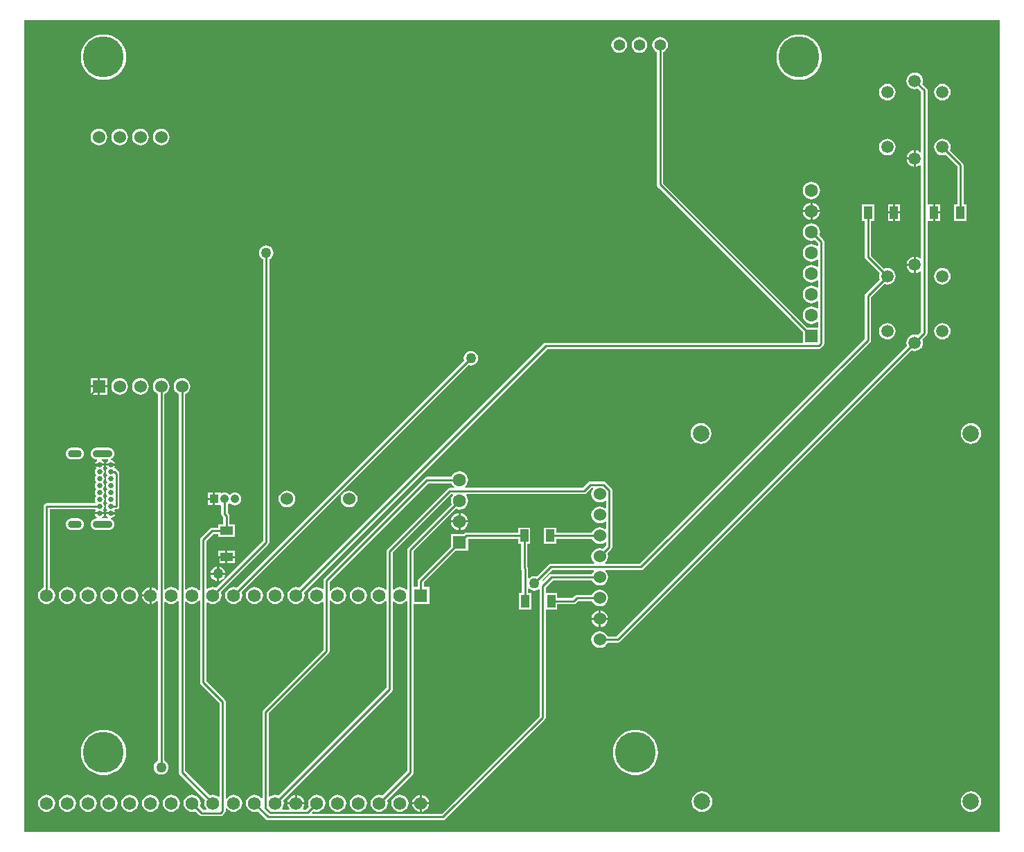
<source format=gtl>
G04*
G04 #@! TF.GenerationSoftware,Altium Limited,Altium Designer,21.1.1 (26)*
G04*
G04 Layer_Physical_Order=1*
G04 Layer_Color=255*
%FSLAX44Y44*%
%MOMM*%
G71*
G04*
G04 #@! TF.SameCoordinates,4D4020B3-F9C7-4368-8432-2603F3E21EC1*
G04*
G04*
G04 #@! TF.FilePolarity,Positive*
G04*
G01*
G75*
%ADD16C,0.2540*%
%ADD17R,1.5000X1.0000*%
%ADD18R,1.0000X1.5000*%
%ADD26C,0.6500*%
G04:AMPARAMS|DCode=27|XSize=0.9mm|YSize=2.4mm|CornerRadius=0.45mm|HoleSize=0mm|Usage=FLASHONLY|Rotation=270.000|XOffset=0mm|YOffset=0mm|HoleType=Round|Shape=RoundedRectangle|*
%AMROUNDEDRECTD27*
21,1,0.9000,1.5000,0,0,270.0*
21,1,0.0000,2.4000,0,0,270.0*
1,1,0.9000,-0.7500,0.0000*
1,1,0.9000,-0.7500,0.0000*
1,1,0.9000,0.7500,0.0000*
1,1,0.9000,0.7500,0.0000*
%
%ADD27ROUNDEDRECTD27*%
G04:AMPARAMS|DCode=28|XSize=0.9mm|YSize=1.7mm|CornerRadius=0.45mm|HoleSize=0mm|Usage=FLASHONLY|Rotation=270.000|XOffset=0mm|YOffset=0mm|HoleType=Round|Shape=RoundedRectangle|*
%AMROUNDEDRECTD28*
21,1,0.9000,0.8000,0,0,270.0*
21,1,0.0000,1.7000,0,0,270.0*
1,1,0.9000,-0.4000,0.0000*
1,1,0.9000,-0.4000,0.0000*
1,1,0.9000,0.4000,0.0000*
1,1,0.9000,0.4000,0.0000*
%
%ADD28ROUNDEDRECTD28*%
%ADD35C,1.4000*%
%ADD36C,1.0500*%
%ADD37R,1.0500X1.0500*%
%ADD38C,1.5000*%
%ADD39C,5.0000*%
%ADD40C,1.5240*%
%ADD41R,1.5240X1.5240*%
%ADD42C,2.0000*%
%ADD43R,1.5600X1.5600*%
%ADD44C,1.5600*%
%ADD45C,1.6000*%
%ADD46R,1.6000X1.6000*%
%ADD47C,1.2700*%
G36*
X1195493Y3237D02*
X3237D01*
Y995493D01*
X1195493D01*
Y3237D01*
D02*
G37*
%LPC*%
G36*
X755000Y974622D02*
X752510Y974295D01*
X750189Y973333D01*
X748196Y971804D01*
X746667Y969811D01*
X745706Y967490D01*
X745378Y965000D01*
X745706Y962510D01*
X746667Y960189D01*
X748196Y958196D01*
X750189Y956667D01*
X752510Y955706D01*
X755000Y955378D01*
X757490Y955706D01*
X759811Y956667D01*
X761804Y958196D01*
X763333Y960189D01*
X764295Y962510D01*
X764622Y965000D01*
X764295Y967490D01*
X763333Y969811D01*
X761804Y971804D01*
X759811Y973333D01*
X757490Y974295D01*
X755000Y974622D01*
D02*
G37*
G36*
X730000D02*
X727509Y974295D01*
X725189Y973333D01*
X723196Y971804D01*
X721667Y969811D01*
X720705Y967490D01*
X720378Y965000D01*
X720705Y962510D01*
X721667Y960189D01*
X723196Y958196D01*
X725189Y956667D01*
X727509Y955706D01*
X730000Y955378D01*
X732490Y955706D01*
X734811Y956667D01*
X736804Y958196D01*
X738333Y960189D01*
X739294Y962510D01*
X739622Y965000D01*
X739294Y967490D01*
X738333Y969811D01*
X736804Y971804D01*
X734811Y973333D01*
X732490Y974295D01*
X730000Y974622D01*
D02*
G37*
G36*
X950000Y977625D02*
X945678Y977285D01*
X941463Y976273D01*
X937458Y974614D01*
X933762Y972349D01*
X930466Y969534D01*
X927651Y966237D01*
X925386Y962541D01*
X923727Y958537D01*
X922715Y954321D01*
X922375Y950000D01*
X922715Y945678D01*
X923727Y941463D01*
X925386Y937458D01*
X927651Y933762D01*
X930466Y930466D01*
X933762Y927651D01*
X937458Y925386D01*
X941463Y923727D01*
X945678Y922715D01*
X950000Y922375D01*
X954321Y922715D01*
X958537Y923727D01*
X962541Y925386D01*
X966237Y927651D01*
X969534Y930466D01*
X972349Y933762D01*
X974614Y937458D01*
X976273Y941463D01*
X977285Y945678D01*
X977625Y950000D01*
X977285Y954321D01*
X976273Y958537D01*
X974614Y962541D01*
X972349Y966237D01*
X969534Y969534D01*
X966237Y972349D01*
X962541Y974614D01*
X958537Y976273D01*
X954321Y977285D01*
X950000Y977625D01*
D02*
G37*
G36*
X100000D02*
X95679Y977285D01*
X91463Y976273D01*
X87458Y974614D01*
X83762Y972349D01*
X80466Y969534D01*
X77651Y966237D01*
X75386Y962541D01*
X73727Y958537D01*
X72715Y954321D01*
X72375Y950000D01*
X72715Y945678D01*
X73727Y941463D01*
X75386Y937458D01*
X77651Y933762D01*
X80466Y930466D01*
X83762Y927651D01*
X87458Y925386D01*
X91463Y923727D01*
X95679Y922715D01*
X100000Y922375D01*
X104322Y922715D01*
X108537Y923727D01*
X112542Y925386D01*
X116238Y927651D01*
X119534Y930466D01*
X122349Y933762D01*
X124614Y937458D01*
X126273Y941463D01*
X127285Y945678D01*
X127625Y950000D01*
X127285Y954321D01*
X126273Y958537D01*
X124614Y962541D01*
X122349Y966237D01*
X119534Y969534D01*
X116238Y972349D01*
X112542Y974614D01*
X108537Y976273D01*
X104322Y977285D01*
X100000Y977625D01*
D02*
G37*
G36*
X1125000Y917307D02*
X1122379Y916962D01*
X1119937Y915950D01*
X1117839Y914341D01*
X1116230Y912243D01*
X1115218Y909801D01*
X1114873Y907180D01*
X1115218Y904559D01*
X1116230Y902117D01*
X1117839Y900019D01*
X1119937Y898410D01*
X1122379Y897399D01*
X1125000Y897053D01*
X1127621Y897399D01*
X1130063Y898410D01*
X1132160Y900019D01*
X1133770Y902117D01*
X1134781Y904559D01*
X1135126Y907180D01*
X1134781Y909801D01*
X1133770Y912243D01*
X1132160Y914341D01*
X1130063Y915950D01*
X1127621Y916962D01*
X1125000Y917307D01*
D02*
G37*
G36*
X1057820D02*
X1055199Y916962D01*
X1052757Y915950D01*
X1050659Y914341D01*
X1049050Y912243D01*
X1048038Y909801D01*
X1047693Y907180D01*
X1048038Y904559D01*
X1049050Y902117D01*
X1050659Y900019D01*
X1052757Y898410D01*
X1055199Y897399D01*
X1057820Y897053D01*
X1060441Y897399D01*
X1062883Y898410D01*
X1064980Y900019D01*
X1066590Y902117D01*
X1067601Y904559D01*
X1067946Y907180D01*
X1067601Y909801D01*
X1066590Y912243D01*
X1064980Y914341D01*
X1062883Y915950D01*
X1060441Y916962D01*
X1057820Y917307D01*
D02*
G37*
G36*
X170400Y862648D02*
X167748Y862298D01*
X165276Y861275D01*
X163154Y859646D01*
X161525Y857524D01*
X160502Y855052D01*
X160152Y852400D01*
X160502Y849748D01*
X161525Y847276D01*
X163154Y845154D01*
X165276Y843525D01*
X167748Y842501D01*
X170400Y842152D01*
X173053Y842501D01*
X175524Y843525D01*
X177646Y845154D01*
X179275Y847276D01*
X180299Y849748D01*
X180648Y852400D01*
X180299Y855052D01*
X179275Y857524D01*
X177646Y859646D01*
X175524Y861275D01*
X173053Y862298D01*
X170400Y862648D01*
D02*
G37*
G36*
X145000D02*
X142348Y862298D01*
X139876Y861275D01*
X137754Y859646D01*
X136125Y857524D01*
X135102Y855052D01*
X134753Y852400D01*
X135102Y849748D01*
X136125Y847276D01*
X137754Y845154D01*
X139876Y843525D01*
X142348Y842501D01*
X145000Y842152D01*
X147653Y842501D01*
X150124Y843525D01*
X152246Y845154D01*
X153875Y847276D01*
X154899Y849748D01*
X155248Y852400D01*
X154899Y855052D01*
X153875Y857524D01*
X152246Y859646D01*
X150124Y861275D01*
X147653Y862298D01*
X145000Y862648D01*
D02*
G37*
G36*
X119600D02*
X116948Y862298D01*
X114476Y861275D01*
X112354Y859646D01*
X110725Y857524D01*
X109702Y855052D01*
X109353Y852400D01*
X109702Y849748D01*
X110725Y847276D01*
X112354Y845154D01*
X114476Y843525D01*
X116948Y842501D01*
X119600Y842152D01*
X122253Y842501D01*
X124724Y843525D01*
X126846Y845154D01*
X128475Y847276D01*
X129499Y849748D01*
X129848Y852400D01*
X129499Y855052D01*
X128475Y857524D01*
X126846Y859646D01*
X124724Y861275D01*
X122253Y862298D01*
X119600Y862648D01*
D02*
G37*
G36*
X94200D02*
X91548Y862298D01*
X89076Y861275D01*
X86954Y859646D01*
X85325Y857524D01*
X84302Y855052D01*
X83953Y852400D01*
X84302Y849748D01*
X85325Y847276D01*
X86954Y845154D01*
X89076Y843525D01*
X91548Y842501D01*
X94200Y842152D01*
X96853Y842501D01*
X99324Y843525D01*
X101446Y845154D01*
X103075Y847276D01*
X104099Y849748D01*
X104448Y852400D01*
X104099Y855052D01*
X103075Y857524D01*
X101446Y859646D01*
X99324Y861275D01*
X96853Y862298D01*
X94200Y862648D01*
D02*
G37*
G36*
X1091410Y931217D02*
X1088789Y930872D01*
X1086347Y929860D01*
X1084249Y928251D01*
X1082640Y926153D01*
X1081628Y923711D01*
X1081283Y921090D01*
X1081628Y918469D01*
X1082640Y916027D01*
X1084249Y913930D01*
X1086347Y912320D01*
X1088789Y911309D01*
X1091410Y910964D01*
X1094031Y911309D01*
X1095209Y911797D01*
X1098999Y908007D01*
Y834522D01*
X1097729Y833896D01*
X1096473Y834860D01*
X1094031Y835872D01*
X1092680Y836049D01*
Y826090D01*
X1091410D01*
D01*
X1092680D01*
Y816131D01*
X1094031Y816309D01*
X1096473Y817320D01*
X1097729Y818284D01*
X1098999Y817658D01*
Y704522D01*
X1097729Y703896D01*
X1096473Y704860D01*
X1094031Y705871D01*
X1092680Y706049D01*
Y696090D01*
Y686130D01*
X1094031Y686308D01*
X1096473Y687320D01*
X1097729Y688284D01*
X1098999Y687657D01*
Y614174D01*
X1095209Y610384D01*
X1094031Y610872D01*
X1091410Y611217D01*
X1088789Y610872D01*
X1086347Y609860D01*
X1084249Y608251D01*
X1082640Y606154D01*
X1081628Y603711D01*
X1081283Y601090D01*
X1081628Y598469D01*
X1082116Y597291D01*
X726851Y242025D01*
X715658D01*
X715145Y243264D01*
X713516Y245386D01*
X711394Y247015D01*
X708922Y248039D01*
X706270Y248388D01*
X703618Y248039D01*
X701146Y247015D01*
X699024Y245386D01*
X697395Y243264D01*
X696372Y240792D01*
X696022Y238140D01*
X696372Y235488D01*
X697395Y233016D01*
X699024Y230894D01*
X701146Y229265D01*
X703618Y228242D01*
X706270Y227892D01*
X708922Y228242D01*
X711394Y229265D01*
X713516Y230894D01*
X715145Y233016D01*
X715658Y234255D01*
X728460D01*
X729946Y234551D01*
X731206Y235393D01*
X1087610Y591797D01*
X1088789Y591309D01*
X1091410Y590964D01*
X1094031Y591309D01*
X1096473Y592320D01*
X1098570Y593930D01*
X1100180Y596027D01*
X1101191Y598469D01*
X1101536Y601090D01*
X1101191Y603711D01*
X1100703Y604890D01*
X1105631Y609818D01*
X1106473Y611078D01*
X1106769Y612564D01*
Y748977D01*
X1107460Y749960D01*
X1108039Y749960D01*
X1113730D01*
Y760000D01*
Y770040D01*
X1108039D01*
X1107460Y770040D01*
X1106769Y771024D01*
Y909616D01*
X1106473Y911103D01*
X1105631Y912363D01*
X1100703Y917290D01*
X1101191Y918469D01*
X1101536Y921090D01*
X1101191Y923711D01*
X1100180Y926153D01*
X1098570Y928251D01*
X1096473Y929860D01*
X1094031Y930872D01*
X1091410Y931217D01*
D02*
G37*
G36*
X1057820Y850127D02*
X1055199Y849782D01*
X1052757Y848770D01*
X1050659Y847161D01*
X1049050Y845063D01*
X1048038Y842621D01*
X1047693Y840000D01*
X1048038Y837379D01*
X1049050Y834937D01*
X1050659Y832840D01*
X1052757Y831230D01*
X1055199Y830219D01*
X1057820Y829874D01*
X1060441Y830219D01*
X1062883Y831230D01*
X1064980Y832840D01*
X1066590Y834937D01*
X1067601Y837379D01*
X1067946Y840000D01*
X1067601Y842621D01*
X1066590Y845063D01*
X1064980Y847161D01*
X1062883Y848770D01*
X1060441Y849782D01*
X1057820Y850127D01*
D02*
G37*
G36*
X1090140Y836049D02*
X1088789Y835872D01*
X1086347Y834860D01*
X1084249Y833251D01*
X1082640Y831153D01*
X1081628Y828711D01*
X1081450Y827360D01*
X1090140D01*
Y836049D01*
D02*
G37*
G36*
Y824820D02*
X1081450D01*
X1081628Y823469D01*
X1082640Y821027D01*
X1084249Y818929D01*
X1086347Y817320D01*
X1088789Y816309D01*
X1090140Y816131D01*
Y824820D01*
D02*
G37*
G36*
X965000Y797631D02*
X962249Y797269D01*
X959685Y796207D01*
X957483Y794517D01*
X955793Y792315D01*
X954731Y789751D01*
X954369Y787000D01*
X954731Y784249D01*
X955793Y781684D01*
X957483Y779483D01*
X959685Y777793D01*
X962249Y776731D01*
X965000Y776369D01*
X967752Y776731D01*
X970316Y777793D01*
X972517Y779483D01*
X974207Y781684D01*
X975269Y784249D01*
X975631Y787000D01*
X975269Y789751D01*
X974207Y792315D01*
X972517Y794517D01*
X970316Y796207D01*
X967752Y797269D01*
X965000Y797631D01*
D02*
G37*
G36*
X966270Y772064D02*
Y762870D01*
X975464D01*
X975269Y764351D01*
X974207Y766915D01*
X972517Y769117D01*
X970316Y770807D01*
X967752Y771869D01*
X966270Y772064D01*
D02*
G37*
G36*
X963730D02*
X962249Y771869D01*
X959685Y770807D01*
X957483Y769117D01*
X955793Y766915D01*
X954731Y764351D01*
X954536Y762870D01*
X963730D01*
Y772064D01*
D02*
G37*
G36*
X1116270Y770040D02*
Y761270D01*
X1122540D01*
Y770040D01*
X1116270D01*
D02*
G37*
G36*
X1073540D02*
X1067270D01*
Y761270D01*
X1073540D01*
Y770040D01*
D02*
G37*
G36*
X1064730D02*
X1058460D01*
Y761270D01*
X1064730D01*
Y770040D01*
D02*
G37*
G36*
X975464Y760330D02*
X966270D01*
Y751136D01*
X967752Y751331D01*
X970316Y752393D01*
X972517Y754083D01*
X974207Y756284D01*
X975269Y758848D01*
X975464Y760330D01*
D02*
G37*
G36*
X963730D02*
X954536D01*
X954731Y758848D01*
X955793Y756284D01*
X957483Y754083D01*
X959685Y752393D01*
X962249Y751331D01*
X963730Y751136D01*
Y760330D01*
D02*
G37*
G36*
X1125000Y850127D02*
X1122379Y849782D01*
X1119937Y848770D01*
X1117839Y847161D01*
X1116230Y845063D01*
X1115218Y842621D01*
X1114873Y840000D01*
X1115218Y837379D01*
X1116230Y834937D01*
X1117839Y832840D01*
X1119937Y831230D01*
X1122379Y830219D01*
X1125000Y829874D01*
X1127621Y830219D01*
X1128799Y830707D01*
X1143116Y816391D01*
Y770040D01*
X1139460D01*
Y749960D01*
X1154540D01*
Y770040D01*
X1150885D01*
Y818000D01*
X1150589Y819486D01*
X1149747Y820747D01*
X1134293Y836200D01*
X1134781Y837379D01*
X1135126Y840000D01*
X1134781Y842621D01*
X1133770Y845063D01*
X1132160Y847161D01*
X1130063Y848770D01*
X1127621Y849782D01*
X1125000Y850127D01*
D02*
G37*
G36*
X1122540Y758730D02*
X1116270D01*
Y749960D01*
X1122540D01*
Y758730D01*
D02*
G37*
G36*
X1073540D02*
X1067270D01*
Y749960D01*
X1073540D01*
Y758730D01*
D02*
G37*
G36*
X1064730D02*
X1058460D01*
Y749960D01*
X1064730D01*
Y758730D01*
D02*
G37*
G36*
X1090140Y706049D02*
X1088789Y705871D01*
X1086347Y704860D01*
X1084249Y703250D01*
X1082640Y701153D01*
X1081628Y698711D01*
X1081450Y697360D01*
X1090140D01*
Y706049D01*
D02*
G37*
G36*
Y694820D02*
X1081450D01*
X1081628Y693469D01*
X1082640Y691027D01*
X1084249Y688929D01*
X1086347Y687320D01*
X1088789Y686308D01*
X1090140Y686130D01*
Y694820D01*
D02*
G37*
G36*
X1125000Y692307D02*
X1122379Y691962D01*
X1119937Y690950D01*
X1117839Y689341D01*
X1116230Y687244D01*
X1115218Y684801D01*
X1114873Y682180D01*
X1115218Y679559D01*
X1116230Y677117D01*
X1117839Y675020D01*
X1119937Y673410D01*
X1122379Y672399D01*
X1125000Y672054D01*
X1127621Y672399D01*
X1130063Y673410D01*
X1132160Y675020D01*
X1133770Y677117D01*
X1134781Y679559D01*
X1135126Y682180D01*
X1134781Y684801D01*
X1133770Y687244D01*
X1132160Y689341D01*
X1130063Y690950D01*
X1127621Y691962D01*
X1125000Y692307D01*
D02*
G37*
G36*
X1041540Y770040D02*
X1026460D01*
Y749960D01*
X1030116D01*
Y706000D01*
X1030411Y704513D01*
X1031253Y703253D01*
X1048527Y685980D01*
X1048038Y684801D01*
X1047693Y682180D01*
X1048038Y679559D01*
X1048527Y678381D01*
X1031253Y661107D01*
X1030411Y659847D01*
X1030116Y658361D01*
Y605841D01*
X755073Y330799D01*
X713393D01*
X712962Y332069D01*
X713516Y332494D01*
X715145Y334616D01*
X716169Y337088D01*
X716518Y339740D01*
X716169Y342392D01*
X715655Y343632D01*
X720567Y348543D01*
X721409Y349803D01*
X721705Y351290D01*
Y420640D01*
X721409Y422127D01*
X720567Y423387D01*
X713709Y430245D01*
X712449Y431087D01*
X710962Y431383D01*
X694960D01*
X693473Y431087D01*
X692213Y430245D01*
X685477Y423509D01*
X541900D01*
X541469Y424779D01*
X542517Y425583D01*
X544207Y427785D01*
X545269Y430349D01*
X545631Y433100D01*
X545269Y435852D01*
X544207Y438416D01*
X542517Y440617D01*
X540315Y442307D01*
X537751Y443369D01*
X535000Y443731D01*
X532248Y443369D01*
X529684Y442307D01*
X527483Y440617D01*
X525793Y438416D01*
X525201Y436985D01*
X495330D01*
X493844Y436689D01*
X492583Y435847D01*
X369633Y312897D01*
X368791Y311637D01*
X368495Y310150D01*
Y300576D01*
X367225Y299950D01*
X365815Y301032D01*
X363299Y302074D01*
X360600Y302429D01*
X357901Y302074D01*
X355385Y301032D01*
X353225Y299375D01*
X351568Y297215D01*
X350526Y294699D01*
X350171Y292000D01*
X350526Y289301D01*
X351568Y286786D01*
X353225Y284626D01*
X355385Y282968D01*
X357901Y281926D01*
X360600Y281571D01*
X363299Y281926D01*
X365815Y282968D01*
X367225Y284051D01*
X368495Y283424D01*
Y225653D01*
X295211Y152369D01*
X294369Y151109D01*
X294073Y149622D01*
Y44465D01*
X292803Y44034D01*
X291775Y45375D01*
X289615Y47032D01*
X287099Y48074D01*
X284400Y48429D01*
X281701Y48074D01*
X279185Y47032D01*
X277025Y45375D01*
X275368Y43215D01*
X274326Y40700D01*
X273971Y38000D01*
X274326Y35301D01*
X275368Y32786D01*
X277025Y30626D01*
X279185Y28968D01*
X281701Y27926D01*
X284400Y27571D01*
X287099Y27926D01*
X288429Y28477D01*
X298344Y18563D01*
X299604Y17721D01*
X301090Y17425D01*
X514832D01*
X516318Y17721D01*
X517579Y18563D01*
X639287Y140271D01*
X640129Y141531D01*
X640425Y143018D01*
Y274960D01*
X654540D01*
Y281115D01*
X674640D01*
X676127Y281411D01*
X677387Y282253D01*
X680189Y285055D01*
X696882D01*
X697395Y283816D01*
X699024Y281694D01*
X701146Y280065D01*
X703618Y279042D01*
X706270Y278692D01*
X708922Y279042D01*
X711394Y280065D01*
X713516Y281694D01*
X715145Y283816D01*
X716169Y286288D01*
X716518Y288940D01*
X716169Y291592D01*
X715145Y294064D01*
X713516Y296186D01*
X711394Y297815D01*
X708922Y298839D01*
X706270Y299188D01*
X703618Y298839D01*
X701146Y297815D01*
X699024Y296186D01*
X697395Y294064D01*
X696882Y292825D01*
X678580D01*
X677094Y292529D01*
X675833Y291687D01*
X673031Y288885D01*
X654540D01*
Y295040D01*
X640425D01*
Y302191D01*
X648689Y310455D01*
X696882D01*
X697395Y309216D01*
X699024Y307094D01*
X701146Y305465D01*
X703618Y304442D01*
X706270Y304092D01*
X708922Y304442D01*
X711394Y305465D01*
X713516Y307094D01*
X715145Y309216D01*
X716169Y311688D01*
X716518Y314340D01*
X716169Y316992D01*
X715145Y319464D01*
X713516Y321586D01*
X713203Y321827D01*
X713611Y323029D01*
X756682D01*
X758169Y323325D01*
X759429Y324167D01*
X1036747Y601485D01*
X1037589Y602746D01*
X1037885Y604232D01*
Y656752D01*
X1054020Y672887D01*
X1055199Y672399D01*
X1057820Y672054D01*
X1060441Y672399D01*
X1062883Y673410D01*
X1064980Y675020D01*
X1066590Y677117D01*
X1067601Y679559D01*
X1067946Y682180D01*
X1067601Y684801D01*
X1066590Y687244D01*
X1064980Y689341D01*
X1062883Y690950D01*
X1060441Y691962D01*
X1057820Y692307D01*
X1055199Y691962D01*
X1054020Y691474D01*
X1037885Y707609D01*
Y749960D01*
X1041540D01*
Y770040D01*
D02*
G37*
G36*
X1125000Y625126D02*
X1122379Y624781D01*
X1119937Y623770D01*
X1117839Y622160D01*
X1116230Y620063D01*
X1115218Y617621D01*
X1114873Y615000D01*
X1115218Y612379D01*
X1116230Y609936D01*
X1117839Y607839D01*
X1119937Y606230D01*
X1122379Y605218D01*
X1125000Y604873D01*
X1127621Y605218D01*
X1130063Y606230D01*
X1132160Y607839D01*
X1133770Y609936D01*
X1134781Y612379D01*
X1135126Y615000D01*
X1134781Y617621D01*
X1133770Y620063D01*
X1132160Y622160D01*
X1130063Y623770D01*
X1127621Y624781D01*
X1125000Y625126D01*
D02*
G37*
G36*
X1057820D02*
X1055199Y624781D01*
X1052757Y623770D01*
X1050659Y622160D01*
X1049050Y620063D01*
X1048038Y617621D01*
X1047693Y615000D01*
X1048038Y612379D01*
X1049050Y609936D01*
X1050659Y607839D01*
X1052757Y606230D01*
X1055199Y605218D01*
X1057820Y604873D01*
X1060441Y605218D01*
X1062883Y606230D01*
X1064980Y607839D01*
X1066590Y609936D01*
X1067601Y612379D01*
X1067946Y615000D01*
X1067601Y617621D01*
X1066590Y620063D01*
X1064980Y622160D01*
X1062883Y623770D01*
X1060441Y624781D01*
X1057820Y625126D01*
D02*
G37*
G36*
X548930Y590897D02*
X546609Y590591D01*
X544446Y589695D01*
X542589Y588270D01*
X541164Y586413D01*
X540269Y584251D01*
X539963Y581930D01*
X540269Y579609D01*
X540517Y579011D01*
X263029Y301523D01*
X261699Y302074D01*
X259000Y302429D01*
X256301Y302074D01*
X253785Y301032D01*
X251625Y299375D01*
X249968Y297215D01*
X248926Y294699D01*
X248571Y292000D01*
X248926Y289301D01*
X249968Y286786D01*
X251625Y284626D01*
X253785Y282968D01*
X256301Y281926D01*
X259000Y281571D01*
X261699Y281926D01*
X264215Y282968D01*
X266374Y284626D01*
X268032Y286786D01*
X269074Y289301D01*
X269429Y292000D01*
X269074Y294699D01*
X268523Y296029D01*
X546010Y573517D01*
X546609Y573269D01*
X548930Y572963D01*
X551251Y573269D01*
X553413Y574165D01*
X555270Y575590D01*
X556695Y577447D01*
X557591Y579609D01*
X557896Y581930D01*
X557591Y584251D01*
X556695Y586413D01*
X555270Y588270D01*
X553413Y589695D01*
X551251Y590591D01*
X548930Y590897D01*
D02*
G37*
G36*
X104360Y557760D02*
X95470D01*
Y548870D01*
X104360D01*
Y557760D01*
D02*
G37*
G36*
X92930D02*
X84040D01*
Y548870D01*
X92930D01*
Y557760D01*
D02*
G37*
G36*
X104360Y546330D02*
X95470D01*
Y537440D01*
X104360D01*
Y546330D01*
D02*
G37*
G36*
X92930D02*
X84040D01*
Y537440D01*
X92930D01*
Y546330D01*
D02*
G37*
G36*
X145000Y557848D02*
X142348Y557498D01*
X139876Y556475D01*
X137754Y554846D01*
X136125Y552724D01*
X135102Y550252D01*
X134753Y547600D01*
X135102Y544948D01*
X136125Y542476D01*
X137754Y540354D01*
X139876Y538725D01*
X142348Y537701D01*
X145000Y537352D01*
X147653Y537701D01*
X150124Y538725D01*
X152246Y540354D01*
X153875Y542476D01*
X154899Y544948D01*
X155248Y547600D01*
X154899Y550252D01*
X153875Y552724D01*
X152246Y554846D01*
X150124Y556475D01*
X147653Y557498D01*
X145000Y557848D01*
D02*
G37*
G36*
X119600D02*
X116948Y557498D01*
X114476Y556475D01*
X112354Y554846D01*
X110725Y552724D01*
X109702Y550252D01*
X109353Y547600D01*
X109702Y544948D01*
X110725Y542476D01*
X112354Y540354D01*
X114476Y538725D01*
X116948Y537701D01*
X119600Y537352D01*
X122253Y537701D01*
X124724Y538725D01*
X126846Y540354D01*
X128475Y542476D01*
X129499Y544948D01*
X129848Y547600D01*
X129499Y550252D01*
X128475Y552724D01*
X126846Y554846D01*
X124724Y556475D01*
X122253Y557498D01*
X119600Y557848D01*
D02*
G37*
G36*
X1160000Y502648D02*
X1156726Y502217D01*
X1153676Y500953D01*
X1151056Y498943D01*
X1149046Y496324D01*
X1147783Y493273D01*
X1147352Y490000D01*
X1147783Y486726D01*
X1149046Y483676D01*
X1151056Y481056D01*
X1153676Y479046D01*
X1156726Y477783D01*
X1160000Y477352D01*
X1163274Y477783D01*
X1166324Y479046D01*
X1168944Y481056D01*
X1170954Y483676D01*
X1172217Y486726D01*
X1172648Y490000D01*
X1172217Y493273D01*
X1170954Y496324D01*
X1168944Y498943D01*
X1166324Y500953D01*
X1163274Y502217D01*
X1160000Y502648D01*
D02*
G37*
G36*
X830000D02*
X826727Y502217D01*
X823676Y500953D01*
X821057Y498943D01*
X819046Y496324D01*
X817783Y493273D01*
X817352Y490000D01*
X817783Y486726D01*
X819046Y483676D01*
X821057Y481056D01*
X823676Y479046D01*
X826727Y477783D01*
X830000Y477352D01*
X833274Y477783D01*
X836324Y479046D01*
X838944Y481056D01*
X840954Y483676D01*
X842217Y486726D01*
X842648Y490000D01*
X842217Y493273D01*
X840954Y496324D01*
X838944Y498943D01*
X836324Y500953D01*
X833274Y502217D01*
X830000Y502648D01*
D02*
G37*
G36*
X68900Y472601D02*
X60900D01*
X59062Y472359D01*
X57349Y471649D01*
X55879Y470521D01*
X54750Y469050D01*
X54041Y467338D01*
X53799Y465500D01*
X54041Y463662D01*
X54750Y461950D01*
X55879Y460479D01*
X57349Y459351D01*
X59062Y458641D01*
X60900Y458399D01*
X68900D01*
X70738Y458641D01*
X72450Y459351D01*
X73921Y460479D01*
X75049Y461950D01*
X75759Y463662D01*
X76000Y465500D01*
X75759Y467338D01*
X75049Y469050D01*
X73921Y470521D01*
X72450Y471649D01*
X70738Y472359D01*
X68900Y472601D01*
D02*
G37*
G36*
X106200D02*
X91200D01*
X89362Y472359D01*
X87650Y471649D01*
X86179Y470521D01*
X85051Y469050D01*
X84341Y467338D01*
X84099Y465500D01*
X84341Y463662D01*
X85051Y461950D01*
X86179Y460479D01*
X87650Y459351D01*
X89362Y458641D01*
X91200Y458399D01*
X91869D01*
X92255Y457129D01*
X90825Y456174D01*
X89546Y454259D01*
X89349Y453270D01*
X95000D01*
X100651D01*
X100454Y454259D01*
X99174Y456174D01*
X97745Y457129D01*
X98130Y458399D01*
X105370D01*
X105755Y457129D01*
X104326Y456174D01*
X103046Y454259D01*
X102849Y453270D01*
X108500D01*
X114151D01*
X113954Y454259D01*
X112674Y456174D01*
X110759Y457454D01*
X109226Y457759D01*
X109096Y459080D01*
X109750Y459351D01*
X111221Y460479D01*
X112350Y461950D01*
X113059Y463662D01*
X113301Y465500D01*
X113059Y467338D01*
X112350Y469050D01*
X111221Y470521D01*
X109750Y471649D01*
X108038Y472359D01*
X106200Y472601D01*
D02*
G37*
G36*
X233730Y417790D02*
X227210D01*
Y411270D01*
X233730D01*
Y417790D01*
D02*
G37*
G36*
Y408730D02*
X227210D01*
Y402210D01*
X233730D01*
Y408730D01*
D02*
G37*
G36*
X298720Y719929D02*
X296399Y719623D01*
X294237Y718727D01*
X292380Y717302D01*
X290955Y715445D01*
X290059Y713283D01*
X289753Y710962D01*
X290059Y708641D01*
X290955Y706479D01*
X292380Y704622D01*
X294237Y703197D01*
X294835Y702949D01*
Y358729D01*
X237629Y301523D01*
X236299Y302074D01*
X233600Y302429D01*
X230901Y302074D01*
X228385Y301032D01*
X226913Y299902D01*
X225643Y300528D01*
Y358469D01*
X234289Y367115D01*
X239960D01*
Y363460D01*
X260040D01*
Y378540D01*
X253885D01*
Y389144D01*
X253589Y390631D01*
X252747Y391891D01*
X251585Y393053D01*
Y403177D01*
X251629Y403195D01*
X253248Y404438D01*
X253537Y404651D01*
X254563D01*
X254852Y404438D01*
X256471Y403195D01*
X258366Y402410D01*
X260400Y402143D01*
X262434Y402410D01*
X264329Y403195D01*
X265956Y404444D01*
X267205Y406071D01*
X267990Y407966D01*
X268257Y410000D01*
X267990Y412034D01*
X267205Y413929D01*
X265956Y415556D01*
X264329Y416805D01*
X262434Y417589D01*
X260400Y417857D01*
X258366Y417589D01*
X256471Y416805D01*
X254852Y415562D01*
X254563Y415349D01*
X253537D01*
X253248Y415562D01*
X251629Y416805D01*
X249734Y417589D01*
X247700Y417857D01*
X245666Y417589D01*
X244060Y416924D01*
X242790Y417482D01*
Y417790D01*
X236270D01*
Y410000D01*
Y402210D01*
X242790D01*
X243815Y401619D01*
Y391444D01*
X244111Y389958D01*
X244953Y388697D01*
X246116Y387535D01*
Y378540D01*
X239960D01*
Y374884D01*
X232680D01*
X231193Y374589D01*
X229933Y373747D01*
X219011Y362825D01*
X218169Y361564D01*
X217873Y360078D01*
Y298465D01*
X216603Y298034D01*
X215574Y299375D01*
X213415Y301032D01*
X210899Y302074D01*
X208200Y302429D01*
X205501Y302074D01*
X202985Y301032D01*
X200955Y299474D01*
X199813Y299718D01*
X199685Y299762D01*
Y538212D01*
X200924Y538725D01*
X203046Y540354D01*
X204675Y542476D01*
X205699Y544948D01*
X206048Y547600D01*
X205699Y550252D01*
X204675Y552724D01*
X203046Y554846D01*
X200924Y556475D01*
X198452Y557498D01*
X195800Y557848D01*
X193148Y557498D01*
X190676Y556475D01*
X188554Y554846D01*
X186926Y552724D01*
X185902Y550252D01*
X185553Y547600D01*
X185902Y544948D01*
X186926Y542476D01*
X188554Y540354D01*
X190676Y538725D01*
X191916Y538212D01*
Y299192D01*
X190646Y298761D01*
X190175Y299375D01*
X188015Y301032D01*
X185499Y302074D01*
X182800Y302429D01*
X180101Y302074D01*
X177585Y301032D01*
X175555Y299474D01*
X174413Y299718D01*
X174285Y299762D01*
Y538212D01*
X175524Y538725D01*
X177646Y540354D01*
X179275Y542476D01*
X180299Y544948D01*
X180648Y547600D01*
X180299Y550252D01*
X179275Y552724D01*
X177646Y554846D01*
X175524Y556475D01*
X173053Y557498D01*
X170400Y557848D01*
X167748Y557498D01*
X165276Y556475D01*
X163154Y554846D01*
X161525Y552724D01*
X160502Y550252D01*
X160152Y547600D01*
X160502Y544948D01*
X161525Y542476D01*
X163154Y540354D01*
X165276Y538725D01*
X166516Y538212D01*
Y299192D01*
X165246Y298761D01*
X164774Y299375D01*
X162615Y301032D01*
X160099Y302074D01*
X158670Y302262D01*
Y292000D01*
Y281738D01*
X160099Y281926D01*
X162615Y282968D01*
X164774Y284626D01*
X165246Y285239D01*
X166516Y284808D01*
Y90121D01*
X165917Y89873D01*
X164060Y88448D01*
X162635Y86591D01*
X161739Y84429D01*
X161434Y82108D01*
X161739Y79787D01*
X162635Y77624D01*
X164060Y75767D01*
X165917Y74342D01*
X168079Y73447D01*
X170400Y73141D01*
X172721Y73447D01*
X174884Y74342D01*
X176741Y75767D01*
X178166Y77624D01*
X179061Y79787D01*
X179367Y82108D01*
X179061Y84429D01*
X178166Y86591D01*
X176741Y88448D01*
X174884Y89873D01*
X174285Y90121D01*
Y284238D01*
X174413Y284282D01*
X175555Y284526D01*
X177585Y282968D01*
X180101Y281926D01*
X182800Y281571D01*
X185499Y281926D01*
X188015Y282968D01*
X190175Y284626D01*
X190646Y285239D01*
X191916Y284808D01*
Y75800D01*
X192211Y74313D01*
X193053Y73053D01*
X224077Y42029D01*
X223526Y40700D01*
X223171Y38000D01*
X223526Y35301D01*
X224568Y32786D01*
X225683Y31333D01*
X225057Y30063D01*
X221631D01*
X217723Y33971D01*
X218274Y35301D01*
X218629Y38000D01*
X218274Y40700D01*
X217232Y43215D01*
X215574Y45375D01*
X213415Y47032D01*
X210899Y48074D01*
X208200Y48429D01*
X205501Y48074D01*
X202985Y47032D01*
X200825Y45375D01*
X199168Y43215D01*
X198126Y40700D01*
X197771Y38000D01*
X198126Y35301D01*
X199168Y32786D01*
X200825Y30626D01*
X202985Y28968D01*
X205501Y27926D01*
X208200Y27571D01*
X210899Y27926D01*
X212229Y28477D01*
X217275Y23431D01*
X218536Y22589D01*
X220022Y22293D01*
X242840D01*
X244327Y22589D01*
X245587Y23431D01*
X248127Y25971D01*
X248969Y27231D01*
X249265Y28718D01*
Y31616D01*
X250535Y32047D01*
X251625Y30626D01*
X253785Y28968D01*
X256301Y27926D01*
X259000Y27571D01*
X261699Y27926D01*
X264215Y28968D01*
X266374Y30626D01*
X268032Y32786D01*
X269074Y35301D01*
X269429Y38000D01*
X269074Y40700D01*
X268032Y43215D01*
X266374Y45375D01*
X264215Y47032D01*
X261699Y48074D01*
X259000Y48429D01*
X256301Y48074D01*
X253785Y47032D01*
X251625Y45375D01*
X250535Y43953D01*
X249265Y44384D01*
Y162068D01*
X248969Y163555D01*
X248127Y164815D01*
X225643Y187299D01*
Y283472D01*
X226913Y284098D01*
X228385Y282968D01*
X230901Y281926D01*
X233600Y281571D01*
X236299Y281926D01*
X238815Y282968D01*
X240975Y284626D01*
X242632Y286786D01*
X243674Y289301D01*
X244029Y292000D01*
X243674Y294699D01*
X243123Y296029D01*
X301467Y354373D01*
X302309Y355634D01*
X302605Y357120D01*
Y702949D01*
X303203Y703197D01*
X305060Y704622D01*
X306485Y706479D01*
X307381Y708641D01*
X307687Y710962D01*
X307381Y713283D01*
X306485Y715445D01*
X305060Y717302D01*
X303203Y718727D01*
X301041Y719623D01*
X298720Y719929D01*
D02*
G37*
G36*
X400000Y420248D02*
X397348Y419898D01*
X394876Y418875D01*
X392754Y417246D01*
X391125Y415124D01*
X390102Y412652D01*
X389752Y410000D01*
X390102Y407348D01*
X391125Y404876D01*
X392754Y402754D01*
X394876Y401125D01*
X397348Y400101D01*
X400000Y399752D01*
X402652Y400101D01*
X405124Y401125D01*
X407246Y402754D01*
X408875Y404876D01*
X409898Y407348D01*
X410248Y410000D01*
X409898Y412652D01*
X408875Y415124D01*
X407246Y417246D01*
X405124Y418875D01*
X402652Y419898D01*
X400000Y420248D01*
D02*
G37*
G36*
X324000D02*
X321348Y419898D01*
X318876Y418875D01*
X316754Y417246D01*
X315125Y415124D01*
X314102Y412652D01*
X313752Y410000D01*
X314102Y407348D01*
X315125Y404876D01*
X316754Y402754D01*
X318876Y401125D01*
X321348Y400101D01*
X324000Y399752D01*
X326652Y400101D01*
X329124Y401125D01*
X331246Y402754D01*
X332875Y404876D01*
X333899Y407348D01*
X334248Y410000D01*
X333899Y412652D01*
X332875Y415124D01*
X331246Y417246D01*
X329124Y418875D01*
X326652Y419898D01*
X324000Y420248D01*
D02*
G37*
G36*
X114151Y450730D02*
X108500D01*
X102849D01*
X103046Y449741D01*
X103690Y448777D01*
X104282Y447750D01*
X103690Y446723D01*
X103046Y445759D01*
X102597Y443500D01*
X103046Y441241D01*
X103690Y440277D01*
X104282Y439250D01*
X103690Y438223D01*
X103046Y437259D01*
X102597Y435000D01*
X103046Y432741D01*
X103690Y431777D01*
X104282Y430750D01*
X103690Y429723D01*
X103046Y428759D01*
X102597Y426500D01*
X103046Y424241D01*
X103690Y423277D01*
X104282Y422250D01*
X103690Y421223D01*
X103046Y420259D01*
X102597Y418000D01*
X103046Y415741D01*
X103690Y414777D01*
X104282Y413750D01*
X103690Y412723D01*
X103046Y411759D01*
X102597Y409500D01*
X103046Y407241D01*
X103690Y406277D01*
X104282Y405250D01*
X103690Y404223D01*
X103046Y403259D01*
X102597Y401000D01*
X103046Y398741D01*
X103690Y397777D01*
X104282Y396750D01*
X103690Y395723D01*
X103046Y394759D01*
X102849Y393770D01*
X108500D01*
X114151D01*
X113954Y394759D01*
X113310Y395723D01*
X113233Y395856D01*
X113907Y397116D01*
X115586D01*
X117073Y397411D01*
X118333Y398253D01*
X119175Y399514D01*
X119471Y401000D01*
Y440960D01*
X119175Y442447D01*
X118333Y443707D01*
X115793Y446247D01*
X114533Y447089D01*
X113806Y447233D01*
X113206Y448597D01*
X113310Y448777D01*
X113954Y449741D01*
X114151Y450730D01*
D02*
G37*
G36*
X100651D02*
X95000D01*
X89349D01*
X89546Y449741D01*
X90190Y448777D01*
X90782Y447750D01*
X90190Y446723D01*
X89546Y445759D01*
X89096Y443500D01*
X89546Y441241D01*
X90190Y440277D01*
X90782Y439250D01*
X90190Y438223D01*
X89546Y437259D01*
X89096Y435000D01*
X89546Y432741D01*
X90190Y431777D01*
X90782Y430750D01*
X90190Y429723D01*
X89546Y428759D01*
X89096Y426500D01*
X89546Y424241D01*
X90190Y423277D01*
X90782Y422250D01*
X90190Y421223D01*
X89546Y420259D01*
X89096Y418000D01*
X89546Y415741D01*
X90190Y414777D01*
X90782Y413750D01*
X90190Y412723D01*
X89546Y411759D01*
X89096Y409500D01*
X89546Y407241D01*
X90190Y406277D01*
X90266Y406145D01*
X89593Y404885D01*
X30572D01*
X29086Y404589D01*
X27825Y403747D01*
X27653Y403575D01*
X26811Y402315D01*
X26515Y400828D01*
Y301583D01*
X25185Y301032D01*
X23025Y299375D01*
X21368Y297215D01*
X20326Y294699D01*
X19971Y292000D01*
X20326Y289301D01*
X21368Y286786D01*
X23025Y284626D01*
X25185Y282968D01*
X27701Y281926D01*
X30400Y281571D01*
X33099Y281926D01*
X35615Y282968D01*
X37775Y284626D01*
X39432Y286786D01*
X40474Y289301D01*
X40829Y292000D01*
X40474Y294699D01*
X39432Y297215D01*
X37775Y299375D01*
X35615Y301032D01*
X34285Y301583D01*
Y397116D01*
X89593D01*
X90266Y395856D01*
X90190Y395723D01*
X89546Y394759D01*
X89349Y393770D01*
X95000D01*
X100651D01*
X100454Y394759D01*
X99810Y395723D01*
X99218Y396750D01*
X99810Y397777D01*
X100454Y398741D01*
X100903Y401000D01*
X100454Y403259D01*
X99810Y404223D01*
X99218Y405250D01*
X99810Y406277D01*
X100454Y407241D01*
X100903Y409500D01*
X100454Y411759D01*
X99810Y412723D01*
X99218Y413750D01*
X99810Y414777D01*
X100454Y415741D01*
X100903Y418000D01*
X100454Y420259D01*
X99810Y421223D01*
X99218Y422250D01*
X99810Y423277D01*
X100454Y424241D01*
X100903Y426500D01*
X100454Y428759D01*
X99810Y429723D01*
X99218Y430750D01*
X99810Y431777D01*
X100454Y432741D01*
X100903Y435000D01*
X100454Y437259D01*
X99810Y438223D01*
X99218Y439250D01*
X99810Y440277D01*
X100454Y441241D01*
X100903Y443500D01*
X100454Y445759D01*
X99810Y446723D01*
X99218Y447750D01*
X99810Y448777D01*
X100454Y449741D01*
X100651Y450730D01*
D02*
G37*
G36*
X114151Y391230D02*
X108500D01*
X102849D01*
X103046Y390241D01*
X104326Y388326D01*
X105755Y387370D01*
X105370Y386101D01*
X98130D01*
X97745Y387370D01*
X99174Y388326D01*
X100454Y390241D01*
X100651Y391230D01*
X95000D01*
X89349D01*
X89546Y390241D01*
X90825Y388326D01*
X92255Y387370D01*
X91869Y386101D01*
X91200D01*
X89362Y385858D01*
X87650Y385149D01*
X86179Y384021D01*
X85051Y382550D01*
X84341Y380838D01*
X84099Y379000D01*
X84341Y377162D01*
X85051Y375449D01*
X86179Y373979D01*
X87650Y372850D01*
X89362Y372141D01*
X91200Y371899D01*
X106200D01*
X108038Y372141D01*
X109750Y372850D01*
X111221Y373979D01*
X112350Y375449D01*
X113059Y377162D01*
X113301Y379000D01*
X113059Y380838D01*
X112350Y382550D01*
X111221Y384021D01*
X109750Y385149D01*
X109096Y385420D01*
X109226Y386741D01*
X110759Y387046D01*
X112674Y388326D01*
X113954Y390241D01*
X114151Y391230D01*
D02*
G37*
G36*
X68900Y386101D02*
X60900D01*
X59062Y385858D01*
X57349Y385149D01*
X55879Y384021D01*
X54750Y382550D01*
X54041Y380838D01*
X53799Y379000D01*
X54041Y377162D01*
X54750Y375449D01*
X55879Y373979D01*
X57349Y372850D01*
X59062Y372141D01*
X60900Y371899D01*
X68900D01*
X70738Y372141D01*
X72450Y372850D01*
X73921Y373979D01*
X75049Y375449D01*
X75759Y377162D01*
X76000Y379000D01*
X75759Y380838D01*
X75049Y382550D01*
X73921Y384021D01*
X72450Y385149D01*
X70738Y385858D01*
X68900Y386101D01*
D02*
G37*
G36*
X260040Y346540D02*
X251270D01*
Y340270D01*
X260040D01*
Y346540D01*
D02*
G37*
G36*
X248730D02*
X239960D01*
Y340270D01*
X248730D01*
Y346540D01*
D02*
G37*
G36*
X260040Y337730D02*
X251270D01*
Y331460D01*
X260040D01*
Y337730D01*
D02*
G37*
G36*
X248730D02*
X239960D01*
Y331460D01*
X248730D01*
Y337730D01*
D02*
G37*
G36*
X241062Y327332D02*
Y319802D01*
X248591D01*
X248453Y320853D01*
X247557Y323015D01*
X246132Y324872D01*
X244275Y326297D01*
X242113Y327193D01*
X241062Y327332D01*
D02*
G37*
G36*
X238522D02*
X237471Y327193D01*
X235309Y326297D01*
X233452Y324872D01*
X232027Y323015D01*
X231131Y320853D01*
X230993Y319802D01*
X238522D01*
Y327332D01*
D02*
G37*
G36*
X248591Y317262D02*
X241062D01*
Y309732D01*
X242113Y309871D01*
X244275Y310767D01*
X246132Y312192D01*
X247557Y314049D01*
X248453Y316211D01*
X248591Y317262D01*
D02*
G37*
G36*
X238522D02*
X230993D01*
X231131Y316211D01*
X232027Y314049D01*
X233452Y312192D01*
X235309Y310767D01*
X237471Y309871D01*
X238522Y309732D01*
Y317262D01*
D02*
G37*
G36*
X780000Y974622D02*
X777509Y974295D01*
X775189Y973333D01*
X773196Y971804D01*
X771667Y969811D01*
X770705Y967490D01*
X770377Y965000D01*
X770705Y962510D01*
X771667Y960189D01*
X773196Y958196D01*
X775189Y956667D01*
X776115Y956283D01*
Y794200D01*
X776411Y792714D01*
X777253Y791453D01*
X954460Y614246D01*
Y601055D01*
X640370D01*
X638883Y600759D01*
X637623Y599917D01*
X339229Y301523D01*
X337899Y302074D01*
X335200Y302429D01*
X332501Y302074D01*
X329985Y301032D01*
X327825Y299375D01*
X326168Y297215D01*
X325126Y294699D01*
X324771Y292000D01*
X325126Y289301D01*
X326168Y286786D01*
X327825Y284626D01*
X329985Y282968D01*
X332501Y281926D01*
X335200Y281571D01*
X337899Y281926D01*
X340415Y282968D01*
X342575Y284626D01*
X344232Y286786D01*
X345274Y289301D01*
X345629Y292000D01*
X345274Y294699D01*
X344723Y296029D01*
X641979Y593285D01*
X974360D01*
X975847Y593581D01*
X977107Y594423D01*
X979647Y596963D01*
X980489Y598223D01*
X980785Y599710D01*
Y724300D01*
X980489Y725787D01*
X979647Y727047D01*
X974676Y732018D01*
X975269Y733448D01*
X975631Y736200D01*
X975269Y738951D01*
X974207Y741515D01*
X972517Y743717D01*
X970316Y745407D01*
X967752Y746469D01*
X965000Y746831D01*
X962249Y746469D01*
X959685Y745407D01*
X957483Y743717D01*
X955793Y741515D01*
X954731Y738951D01*
X954369Y736200D01*
X954731Y733448D01*
X955793Y730884D01*
X957483Y728683D01*
X959685Y726993D01*
X962249Y725931D01*
X965000Y725569D01*
X967752Y725931D01*
X969182Y726524D01*
X973015Y722691D01*
Y719536D01*
X971745Y718910D01*
X970316Y720007D01*
X967752Y721069D01*
X965000Y721431D01*
X962249Y721069D01*
X959685Y720007D01*
X957483Y718317D01*
X955793Y716115D01*
X954731Y713551D01*
X954369Y710800D01*
X954731Y708048D01*
X955793Y705484D01*
X957483Y703283D01*
X959685Y701593D01*
X962249Y700531D01*
X965000Y700169D01*
X967752Y700531D01*
X970316Y701593D01*
X971745Y702690D01*
X973015Y702064D01*
Y694136D01*
X971745Y693510D01*
X970316Y694607D01*
X967752Y695669D01*
X965000Y696031D01*
X962249Y695669D01*
X959685Y694607D01*
X957483Y692917D01*
X955793Y690715D01*
X954731Y688151D01*
X954369Y685400D01*
X954731Y682648D01*
X955793Y680085D01*
X957483Y677883D01*
X959685Y676193D01*
X962249Y675131D01*
X965000Y674769D01*
X967752Y675131D01*
X970316Y676193D01*
X971745Y677290D01*
X973015Y676664D01*
Y668736D01*
X971745Y668110D01*
X970316Y669207D01*
X967752Y670269D01*
X965000Y670631D01*
X962249Y670269D01*
X959685Y669207D01*
X957483Y667517D01*
X955793Y665315D01*
X954731Y662751D01*
X954369Y660000D01*
X954731Y657249D01*
X955793Y654685D01*
X957483Y652483D01*
X959685Y650793D01*
X962249Y649731D01*
X965000Y649369D01*
X967752Y649731D01*
X970316Y650793D01*
X971745Y651890D01*
X973015Y651264D01*
Y643336D01*
X971745Y642710D01*
X970316Y643807D01*
X967752Y644869D01*
X965000Y645231D01*
X962249Y644869D01*
X959685Y643807D01*
X957483Y642117D01*
X955793Y639915D01*
X954731Y637351D01*
X954369Y634600D01*
X954731Y631848D01*
X955793Y629285D01*
X957483Y627083D01*
X959685Y625393D01*
X962249Y624331D01*
X965000Y623969D01*
X967752Y624331D01*
X970316Y625393D01*
X971745Y626490D01*
X973015Y625864D01*
Y619740D01*
X959954D01*
X783884Y795809D01*
Y956283D01*
X784811Y956667D01*
X786804Y958196D01*
X788333Y960189D01*
X789294Y962510D01*
X789622Y965000D01*
X789294Y967490D01*
X788333Y969811D01*
X786804Y971804D01*
X784811Y973333D01*
X782490Y974295D01*
X780000Y974622D01*
D02*
G37*
G36*
X156130Y302262D02*
X154701Y302074D01*
X152185Y301032D01*
X150025Y299375D01*
X148368Y297215D01*
X147326Y294699D01*
X147138Y293270D01*
X156130D01*
Y302262D01*
D02*
G37*
G36*
Y290730D02*
X147138D01*
X147326Y289301D01*
X148368Y286786D01*
X150025Y284626D01*
X152185Y282968D01*
X154701Y281926D01*
X156130Y281738D01*
Y290730D01*
D02*
G37*
G36*
X309800Y302429D02*
X307101Y302074D01*
X304585Y301032D01*
X302425Y299375D01*
X300768Y297215D01*
X299726Y294699D01*
X299371Y292000D01*
X299726Y289301D01*
X300768Y286786D01*
X302425Y284626D01*
X304585Y282968D01*
X307101Y281926D01*
X309800Y281571D01*
X312499Y281926D01*
X315015Y282968D01*
X317174Y284626D01*
X318832Y286786D01*
X319874Y289301D01*
X320229Y292000D01*
X319874Y294699D01*
X318832Y297215D01*
X317174Y299375D01*
X315015Y301032D01*
X312499Y302074D01*
X309800Y302429D01*
D02*
G37*
G36*
X284400D02*
X281701Y302074D01*
X279185Y301032D01*
X277025Y299375D01*
X275368Y297215D01*
X274326Y294699D01*
X273971Y292000D01*
X274326Y289301D01*
X275368Y286786D01*
X277025Y284626D01*
X279185Y282968D01*
X281701Y281926D01*
X284400Y281571D01*
X287099Y281926D01*
X289615Y282968D01*
X291775Y284626D01*
X293432Y286786D01*
X294474Y289301D01*
X294829Y292000D01*
X294474Y294699D01*
X293432Y297215D01*
X291775Y299375D01*
X289615Y301032D01*
X287099Y302074D01*
X284400Y302429D01*
D02*
G37*
G36*
X132000D02*
X129301Y302074D01*
X126785Y301032D01*
X124625Y299375D01*
X122968Y297215D01*
X121926Y294699D01*
X121571Y292000D01*
X121926Y289301D01*
X122968Y286786D01*
X124625Y284626D01*
X126785Y282968D01*
X129301Y281926D01*
X132000Y281571D01*
X134699Y281926D01*
X137215Y282968D01*
X139375Y284626D01*
X141032Y286786D01*
X142074Y289301D01*
X142429Y292000D01*
X142074Y294699D01*
X141032Y297215D01*
X139375Y299375D01*
X137215Y301032D01*
X134699Y302074D01*
X132000Y302429D01*
D02*
G37*
G36*
X106600D02*
X103901Y302074D01*
X101385Y301032D01*
X99225Y299375D01*
X97568Y297215D01*
X96526Y294699D01*
X96171Y292000D01*
X96526Y289301D01*
X97568Y286786D01*
X99225Y284626D01*
X101385Y282968D01*
X103901Y281926D01*
X106600Y281571D01*
X109299Y281926D01*
X111815Y282968D01*
X113975Y284626D01*
X115632Y286786D01*
X116674Y289301D01*
X117029Y292000D01*
X116674Y294699D01*
X115632Y297215D01*
X113975Y299375D01*
X111815Y301032D01*
X109299Y302074D01*
X106600Y302429D01*
D02*
G37*
G36*
X81200D02*
X78501Y302074D01*
X75985Y301032D01*
X73825Y299375D01*
X72168Y297215D01*
X71126Y294699D01*
X70771Y292000D01*
X71126Y289301D01*
X72168Y286786D01*
X73825Y284626D01*
X75985Y282968D01*
X78501Y281926D01*
X81200Y281571D01*
X83899Y281926D01*
X86415Y282968D01*
X88574Y284626D01*
X90232Y286786D01*
X91274Y289301D01*
X91629Y292000D01*
X91274Y294699D01*
X90232Y297215D01*
X88574Y299375D01*
X86415Y301032D01*
X83899Y302074D01*
X81200Y302429D01*
D02*
G37*
G36*
X55800D02*
X53101Y302074D01*
X50585Y301032D01*
X48425Y299375D01*
X46768Y297215D01*
X45726Y294699D01*
X45371Y292000D01*
X45726Y289301D01*
X46768Y286786D01*
X48425Y284626D01*
X50585Y282968D01*
X53101Y281926D01*
X55800Y281571D01*
X58499Y281926D01*
X61015Y282968D01*
X63175Y284626D01*
X64832Y286786D01*
X65874Y289301D01*
X66229Y292000D01*
X65874Y294699D01*
X64832Y297215D01*
X63175Y299375D01*
X61015Y301032D01*
X58499Y302074D01*
X55800Y302429D01*
D02*
G37*
G36*
X707540Y273620D02*
Y264810D01*
X716351D01*
X716169Y266192D01*
X715145Y268664D01*
X713516Y270786D01*
X711394Y272415D01*
X708922Y273438D01*
X707540Y273620D01*
D02*
G37*
G36*
X705000D02*
X703618Y273438D01*
X701146Y272415D01*
X699024Y270786D01*
X697395Y268664D01*
X696372Y266192D01*
X696190Y264810D01*
X705000D01*
Y273620D01*
D02*
G37*
G36*
X716351Y262270D02*
X707540D01*
Y253459D01*
X708922Y253641D01*
X711394Y254665D01*
X713516Y256294D01*
X715145Y258416D01*
X716169Y260888D01*
X716351Y262270D01*
D02*
G37*
G36*
X705000D02*
X696190D01*
X696372Y260888D01*
X697395Y258416D01*
X699024Y256294D01*
X701146Y254665D01*
X703618Y253641D01*
X705000Y253459D01*
Y262270D01*
D02*
G37*
G36*
X750000Y127625D02*
X745678Y127285D01*
X741463Y126273D01*
X737458Y124614D01*
X733762Y122349D01*
X730466Y119534D01*
X727651Y116238D01*
X725386Y112542D01*
X723727Y108537D01*
X722715Y104322D01*
X722375Y100000D01*
X722715Y95679D01*
X723727Y91463D01*
X725386Y87458D01*
X727651Y83762D01*
X730466Y80466D01*
X733762Y77651D01*
X737458Y75386D01*
X741463Y73727D01*
X745678Y72715D01*
X750000Y72375D01*
X754321Y72715D01*
X758536Y73727D01*
X762541Y75386D01*
X766237Y77651D01*
X769534Y80466D01*
X772349Y83762D01*
X774614Y87458D01*
X776273Y91463D01*
X777285Y95679D01*
X777625Y100000D01*
X777285Y104322D01*
X776273Y108537D01*
X774614Y112542D01*
X772349Y116238D01*
X769534Y119534D01*
X766237Y122349D01*
X762541Y124614D01*
X758536Y126273D01*
X754321Y127285D01*
X750000Y127625D01*
D02*
G37*
G36*
X100000D02*
X95679Y127285D01*
X91463Y126273D01*
X87458Y124614D01*
X83762Y122349D01*
X80466Y119534D01*
X77651Y116238D01*
X75386Y112542D01*
X73727Y108537D01*
X72715Y104322D01*
X72375Y100000D01*
X72715Y95679D01*
X73727Y91463D01*
X75386Y87458D01*
X77651Y83762D01*
X80466Y80466D01*
X83762Y77651D01*
X87458Y75386D01*
X91463Y73727D01*
X95679Y72715D01*
X100000Y72375D01*
X104322Y72715D01*
X108537Y73727D01*
X112542Y75386D01*
X116238Y77651D01*
X119534Y80466D01*
X122349Y83762D01*
X124614Y87458D01*
X126273Y91463D01*
X127285Y95679D01*
X127625Y100000D01*
X127285Y104322D01*
X126273Y108537D01*
X124614Y112542D01*
X122349Y116238D01*
X119534Y119534D01*
X116238Y122349D01*
X112542Y124614D01*
X108537Y126273D01*
X104322Y127285D01*
X100000Y127625D01*
D02*
G37*
G36*
X182800Y48429D02*
X180101Y48074D01*
X177585Y47032D01*
X175425Y45375D01*
X173768Y43215D01*
X172726Y40700D01*
X172371Y38000D01*
X172726Y35301D01*
X173768Y32786D01*
X175425Y30626D01*
X177585Y28968D01*
X180101Y27926D01*
X182800Y27571D01*
X185499Y27926D01*
X188015Y28968D01*
X190175Y30626D01*
X191832Y32786D01*
X192874Y35301D01*
X193229Y38000D01*
X192874Y40700D01*
X191832Y43215D01*
X190175Y45375D01*
X188015Y47032D01*
X185499Y48074D01*
X182800Y48429D01*
D02*
G37*
G36*
X157400D02*
X154701Y48074D01*
X152185Y47032D01*
X150025Y45375D01*
X148368Y43215D01*
X147326Y40700D01*
X146971Y38000D01*
X147326Y35301D01*
X148368Y32786D01*
X150025Y30626D01*
X152185Y28968D01*
X154701Y27926D01*
X157400Y27571D01*
X160099Y27926D01*
X162615Y28968D01*
X164774Y30626D01*
X166432Y32786D01*
X167474Y35301D01*
X167829Y38000D01*
X167474Y40700D01*
X166432Y43215D01*
X164774Y45375D01*
X162615Y47032D01*
X160099Y48074D01*
X157400Y48429D01*
D02*
G37*
G36*
X132000D02*
X129301Y48074D01*
X126785Y47032D01*
X124625Y45375D01*
X122968Y43215D01*
X121926Y40700D01*
X121571Y38000D01*
X121926Y35301D01*
X122968Y32786D01*
X124625Y30626D01*
X126785Y28968D01*
X129301Y27926D01*
X132000Y27571D01*
X134699Y27926D01*
X137215Y28968D01*
X139375Y30626D01*
X141032Y32786D01*
X142074Y35301D01*
X142429Y38000D01*
X142074Y40700D01*
X141032Y43215D01*
X139375Y45375D01*
X137215Y47032D01*
X134699Y48074D01*
X132000Y48429D01*
D02*
G37*
G36*
X106600D02*
X103901Y48074D01*
X101385Y47032D01*
X99225Y45375D01*
X97568Y43215D01*
X96526Y40700D01*
X96171Y38000D01*
X96526Y35301D01*
X97568Y32786D01*
X99225Y30626D01*
X101385Y28968D01*
X103901Y27926D01*
X106600Y27571D01*
X109299Y27926D01*
X111815Y28968D01*
X113975Y30626D01*
X115632Y32786D01*
X116674Y35301D01*
X117029Y38000D01*
X116674Y40700D01*
X115632Y43215D01*
X113975Y45375D01*
X111815Y47032D01*
X109299Y48074D01*
X106600Y48429D01*
D02*
G37*
G36*
X81200D02*
X78501Y48074D01*
X75985Y47032D01*
X73825Y45375D01*
X72168Y43215D01*
X71126Y40700D01*
X70771Y38000D01*
X71126Y35301D01*
X72168Y32786D01*
X73825Y30626D01*
X75985Y28968D01*
X78501Y27926D01*
X81200Y27571D01*
X83899Y27926D01*
X86415Y28968D01*
X88574Y30626D01*
X90232Y32786D01*
X91274Y35301D01*
X91629Y38000D01*
X91274Y40700D01*
X90232Y43215D01*
X88574Y45375D01*
X86415Y47032D01*
X83899Y48074D01*
X81200Y48429D01*
D02*
G37*
G36*
X55800D02*
X53101Y48074D01*
X50585Y47032D01*
X48425Y45375D01*
X46768Y43215D01*
X45726Y40700D01*
X45371Y38000D01*
X45726Y35301D01*
X46768Y32786D01*
X48425Y30626D01*
X50585Y28968D01*
X53101Y27926D01*
X55800Y27571D01*
X58499Y27926D01*
X61015Y28968D01*
X63175Y30626D01*
X64832Y32786D01*
X65874Y35301D01*
X66229Y38000D01*
X65874Y40700D01*
X64832Y43215D01*
X63175Y45375D01*
X61015Y47032D01*
X58499Y48074D01*
X55800Y48429D01*
D02*
G37*
G36*
X30400D02*
X27701Y48074D01*
X25185Y47032D01*
X23025Y45375D01*
X21368Y43215D01*
X20326Y40700D01*
X19971Y38000D01*
X20326Y35301D01*
X21368Y32786D01*
X23025Y30626D01*
X25185Y28968D01*
X27701Y27926D01*
X30400Y27571D01*
X33099Y27926D01*
X35615Y28968D01*
X37775Y30626D01*
X39432Y32786D01*
X40474Y35301D01*
X40829Y38000D01*
X40474Y40700D01*
X39432Y43215D01*
X37775Y45375D01*
X35615Y47032D01*
X33099Y48074D01*
X30400Y48429D01*
D02*
G37*
G36*
X1160000Y52648D02*
X1156726Y52217D01*
X1153676Y50954D01*
X1151056Y48944D01*
X1149046Y46324D01*
X1147783Y43274D01*
X1147352Y40000D01*
X1147783Y36727D01*
X1149046Y33676D01*
X1151056Y31056D01*
X1153676Y29046D01*
X1156726Y27783D01*
X1160000Y27352D01*
X1163274Y27783D01*
X1166324Y29046D01*
X1168944Y31056D01*
X1170954Y33676D01*
X1172217Y36727D01*
X1172648Y40000D01*
X1172217Y43274D01*
X1170954Y46324D01*
X1168944Y48944D01*
X1166324Y50954D01*
X1163274Y52217D01*
X1160000Y52648D01*
D02*
G37*
G36*
X831270D02*
X827997Y52217D01*
X824946Y50954D01*
X822327Y48944D01*
X820316Y46324D01*
X819053Y43274D01*
X818622Y40000D01*
X819053Y36727D01*
X820316Y33676D01*
X822327Y31056D01*
X824946Y29046D01*
X827997Y27783D01*
X831270Y27352D01*
X834544Y27783D01*
X837594Y29046D01*
X840214Y31056D01*
X842224Y33676D01*
X843487Y36727D01*
X843918Y40000D01*
X843487Y43274D01*
X842224Y46324D01*
X840214Y48944D01*
X837594Y50954D01*
X834544Y52217D01*
X831270Y52648D01*
D02*
G37*
%LPD*%
G36*
X698377Y422343D02*
X697395Y421064D01*
X696372Y418592D01*
X696022Y415940D01*
X696372Y413288D01*
X697395Y410816D01*
X699024Y408694D01*
X701146Y407065D01*
X703618Y406041D01*
X706270Y405692D01*
X708922Y406041D01*
X711394Y407065D01*
X712665Y408041D01*
X713935Y407415D01*
Y399066D01*
X712665Y398439D01*
X711394Y399415D01*
X708922Y400438D01*
X706270Y400788D01*
X703618Y400438D01*
X701146Y399415D01*
X699024Y397786D01*
X697395Y395664D01*
X696372Y393192D01*
X696022Y390540D01*
X696372Y387888D01*
X697395Y385416D01*
X699024Y383294D01*
X701146Y381665D01*
X703618Y380642D01*
X706270Y380292D01*
X708922Y380642D01*
X711394Y381665D01*
X712665Y382641D01*
X713935Y382015D01*
Y373666D01*
X712665Y373039D01*
X711394Y374015D01*
X708922Y375038D01*
X706270Y375388D01*
X703618Y375038D01*
X701146Y374015D01*
X699024Y372386D01*
X697395Y370264D01*
X696882Y369025D01*
X676050D01*
X675345Y368884D01*
X653540D01*
Y375040D01*
X638460D01*
Y354960D01*
X653540D01*
Y361115D01*
X675910D01*
X676615Y361255D01*
X696882D01*
X697395Y360016D01*
X699024Y357894D01*
X701146Y356265D01*
X703618Y355242D01*
X706270Y354892D01*
X708922Y355242D01*
X711394Y356265D01*
X712665Y357241D01*
X713935Y356614D01*
Y352899D01*
X710162Y349125D01*
X708922Y349638D01*
X706270Y349988D01*
X703618Y349638D01*
X701146Y348615D01*
X699024Y346986D01*
X697395Y344864D01*
X696372Y342392D01*
X696022Y339740D01*
X696372Y337088D01*
X697395Y334616D01*
X699024Y332494D01*
X699578Y332069D01*
X699147Y330799D01*
X646446D01*
X644959Y330503D01*
X643699Y329661D01*
X629300Y315261D01*
X628701Y315509D01*
X626380Y315815D01*
X624059Y315509D01*
X621897Y314613D01*
X620154Y313277D01*
X619223Y313466D01*
X618884Y313581D01*
Y324374D01*
X618589Y325861D01*
X617885Y326914D01*
Y354960D01*
X621540D01*
Y375040D01*
X606460D01*
Y368884D01*
X543100D01*
X541613Y368589D01*
X540353Y367747D01*
X540046Y367440D01*
X524460D01*
Y351854D01*
X484853Y312247D01*
X484011Y310987D01*
X483715Y309500D01*
Y302340D01*
X478881D01*
Y346087D01*
X530818Y398024D01*
X532248Y397431D01*
X535000Y397069D01*
X537751Y397431D01*
X540315Y398494D01*
X542517Y400183D01*
X544207Y402385D01*
X545269Y404949D01*
X545631Y407700D01*
X545269Y410452D01*
X544207Y413016D01*
X543091Y414469D01*
X543717Y415739D01*
X687086D01*
X688573Y416035D01*
X689833Y416877D01*
X696569Y423613D01*
X697751D01*
X698377Y422343D01*
D02*
G37*
G36*
X699337Y321827D02*
X699024Y321586D01*
X697395Y319464D01*
X696882Y318225D01*
X647080D01*
X645593Y317929D01*
X644333Y317087D01*
X637053Y309807D01*
X635668Y310218D01*
X635594Y310568D01*
X648055Y323029D01*
X698929D01*
X699337Y321827D01*
D02*
G37*
G36*
X526909Y414469D02*
X525793Y413016D01*
X524731Y410452D01*
X524369Y407700D01*
X524731Y404949D01*
X525324Y403518D01*
X472249Y350443D01*
X471407Y349183D01*
X471111Y347696D01*
Y299347D01*
X469909Y298939D01*
X469575Y299375D01*
X467415Y301032D01*
X464899Y302074D01*
X462200Y302429D01*
X459501Y302074D01*
X456985Y301032D01*
X454825Y299375D01*
X454683Y299189D01*
X453481Y299598D01*
Y344355D01*
X524865Y415739D01*
X526282D01*
X526909Y414469D01*
D02*
G37*
G36*
X525793Y427785D02*
X527483Y425583D01*
X528531Y424779D01*
X528100Y423509D01*
X523256D01*
X521769Y423213D01*
X520509Y422371D01*
X446849Y348711D01*
X446007Y347451D01*
X445711Y345964D01*
Y299347D01*
X444509Y298939D01*
X444174Y299375D01*
X442015Y301032D01*
X439499Y302074D01*
X436800Y302429D01*
X434101Y302074D01*
X431585Y301032D01*
X429425Y299375D01*
X427768Y297215D01*
X426726Y294699D01*
X426371Y292000D01*
X426726Y289301D01*
X427768Y286786D01*
X429425Y284626D01*
X431585Y282968D01*
X434101Y281926D01*
X436800Y281571D01*
X439499Y281926D01*
X442015Y282968D01*
X444174Y284626D01*
X444509Y285061D01*
X445711Y284653D01*
Y179405D01*
X313829Y47523D01*
X312499Y48074D01*
X309800Y48429D01*
X307101Y48074D01*
X304585Y47032D01*
X303113Y45902D01*
X301843Y46528D01*
Y148013D01*
X375127Y221297D01*
X375969Y222557D01*
X376265Y224044D01*
Y285616D01*
X377535Y286047D01*
X378625Y284626D01*
X380785Y282968D01*
X383301Y281926D01*
X386000Y281571D01*
X388699Y281926D01*
X391215Y282968D01*
X393374Y284626D01*
X395032Y286786D01*
X396074Y289301D01*
X396429Y292000D01*
X396074Y294699D01*
X395032Y297215D01*
X393374Y299375D01*
X391215Y301032D01*
X388699Y302074D01*
X386000Y302429D01*
X383301Y302074D01*
X380785Y301032D01*
X378625Y299375D01*
X377535Y297953D01*
X376265Y298384D01*
Y308541D01*
X496939Y429216D01*
X525201D01*
X525793Y427785D01*
D02*
G37*
G36*
X606460Y354960D02*
X610115D01*
Y325374D01*
X610411Y323887D01*
X611115Y322834D01*
Y295040D01*
X607460D01*
Y274960D01*
X622540D01*
Y295040D01*
X618884D01*
Y300116D01*
X619223Y300230D01*
X620154Y300419D01*
X621897Y299083D01*
X624059Y298187D01*
X626380Y297881D01*
X628701Y298187D01*
X630863Y299083D01*
X631516Y299584D01*
X632655Y299022D01*
Y144627D01*
X513223Y25194D01*
X354947D01*
X354461Y26368D01*
X356571Y28477D01*
X357901Y27926D01*
X360600Y27571D01*
X363299Y27926D01*
X365815Y28968D01*
X367975Y30626D01*
X369632Y32786D01*
X370674Y35301D01*
X371029Y38000D01*
X370674Y40700D01*
X369632Y43215D01*
X367975Y45375D01*
X365815Y47032D01*
X363299Y48074D01*
X360600Y48429D01*
X357901Y48074D01*
X355385Y47032D01*
X353225Y45375D01*
X351568Y43215D01*
X350526Y40700D01*
X350171Y38000D01*
X350526Y35301D01*
X351077Y33971D01*
X347381Y30275D01*
X343906D01*
X343280Y31544D01*
X344232Y32786D01*
X345274Y35301D01*
X345462Y36730D01*
X335200D01*
X324938D01*
X325126Y35301D01*
X326168Y32786D01*
X327120Y31544D01*
X326494Y30275D01*
X318506D01*
X317880Y31544D01*
X318832Y32786D01*
X319874Y35301D01*
X320229Y38000D01*
X319874Y40700D01*
X319323Y42029D01*
X452343Y175049D01*
X453185Y176310D01*
X453481Y177796D01*
Y284403D01*
X454683Y284811D01*
X454825Y284626D01*
X456985Y282968D01*
X459501Y281926D01*
X462200Y281571D01*
X464899Y281926D01*
X467415Y282968D01*
X469575Y284626D01*
X469909Y285061D01*
X471111Y284653D01*
Y77805D01*
X440829Y47523D01*
X439499Y48074D01*
X436800Y48429D01*
X434101Y48074D01*
X431585Y47032D01*
X429425Y45375D01*
X427768Y43215D01*
X426726Y40700D01*
X426371Y38000D01*
X426726Y35301D01*
X427768Y32786D01*
X429425Y30626D01*
X431585Y28968D01*
X434101Y27926D01*
X436800Y27571D01*
X439499Y27926D01*
X442015Y28968D01*
X444174Y30626D01*
X445832Y32786D01*
X446874Y35301D01*
X447229Y38000D01*
X446874Y40700D01*
X446323Y42029D01*
X477743Y73449D01*
X478585Y74710D01*
X478881Y76196D01*
Y281660D01*
X497940D01*
Y302340D01*
X491485D01*
Y307891D01*
X529954Y346360D01*
X545540D01*
Y361115D01*
X606460D01*
Y354960D01*
D02*
G37*
%LPC*%
G36*
X536270Y392764D02*
Y383570D01*
X545464D01*
X545269Y385052D01*
X544207Y387616D01*
X542517Y389817D01*
X540315Y391507D01*
X537751Y392569D01*
X536270Y392764D01*
D02*
G37*
G36*
X533730D02*
X532248Y392569D01*
X529684Y391507D01*
X527483Y389817D01*
X525793Y387616D01*
X524731Y385052D01*
X524536Y383570D01*
X533730D01*
Y392764D01*
D02*
G37*
G36*
X545464Y381030D02*
X536270D01*
Y371837D01*
X537751Y372032D01*
X540315Y373094D01*
X542517Y374783D01*
X544207Y376985D01*
X545269Y379549D01*
X545464Y381030D01*
D02*
G37*
G36*
X533730D02*
X524536D01*
X524731Y379549D01*
X525793Y376985D01*
X527483Y374783D01*
X529684Y373094D01*
X532248Y372032D01*
X533730Y371837D01*
Y381030D01*
D02*
G37*
G36*
X411400Y302429D02*
X408701Y302074D01*
X406185Y301032D01*
X404025Y299375D01*
X402368Y297215D01*
X401326Y294699D01*
X400971Y292000D01*
X401326Y289301D01*
X402368Y286786D01*
X404025Y284626D01*
X406185Y282968D01*
X408701Y281926D01*
X411400Y281571D01*
X414099Y281926D01*
X416615Y282968D01*
X418774Y284626D01*
X420432Y286786D01*
X421474Y289301D01*
X421829Y292000D01*
X421474Y294699D01*
X420432Y297215D01*
X418774Y299375D01*
X416615Y301032D01*
X414099Y302074D01*
X411400Y302429D01*
D02*
G37*
G36*
X488870Y48262D02*
Y39270D01*
X497862D01*
X497674Y40700D01*
X496632Y43215D01*
X494975Y45375D01*
X492815Y47032D01*
X490299Y48074D01*
X488870Y48262D01*
D02*
G37*
G36*
X336470D02*
Y39270D01*
X345462D01*
X345274Y40700D01*
X344232Y43215D01*
X342575Y45375D01*
X340415Y47032D01*
X337899Y48074D01*
X336470Y48262D01*
D02*
G37*
G36*
X486330D02*
X484901Y48074D01*
X482385Y47032D01*
X480225Y45375D01*
X478568Y43215D01*
X477526Y40700D01*
X477338Y39270D01*
X486330D01*
Y48262D01*
D02*
G37*
G36*
X333930D02*
X332501Y48074D01*
X329985Y47032D01*
X327825Y45375D01*
X326168Y43215D01*
X325126Y40700D01*
X324938Y39270D01*
X333930D01*
Y48262D01*
D02*
G37*
G36*
X497862Y36730D02*
X488870D01*
Y27738D01*
X490299Y27926D01*
X492815Y28968D01*
X494975Y30626D01*
X496632Y32786D01*
X497674Y35301D01*
X497862Y36730D01*
D02*
G37*
G36*
X486330D02*
X477338D01*
X477526Y35301D01*
X478568Y32786D01*
X480225Y30626D01*
X482385Y28968D01*
X484901Y27926D01*
X486330Y27738D01*
Y36730D01*
D02*
G37*
G36*
X462200Y48429D02*
X459501Y48074D01*
X456985Y47032D01*
X454825Y45375D01*
X453168Y43215D01*
X452126Y40700D01*
X451771Y38000D01*
X452126Y35301D01*
X453168Y32786D01*
X454825Y30626D01*
X456985Y28968D01*
X459501Y27926D01*
X462200Y27571D01*
X464899Y27926D01*
X467415Y28968D01*
X469575Y30626D01*
X471232Y32786D01*
X472274Y35301D01*
X472629Y38000D01*
X472274Y40700D01*
X471232Y43215D01*
X469575Y45375D01*
X467415Y47032D01*
X464899Y48074D01*
X462200Y48429D01*
D02*
G37*
G36*
X411400D02*
X408701Y48074D01*
X406185Y47032D01*
X404025Y45375D01*
X402368Y43215D01*
X401326Y40700D01*
X400971Y38000D01*
X401326Y35301D01*
X402368Y32786D01*
X404025Y30626D01*
X406185Y28968D01*
X408701Y27926D01*
X411400Y27571D01*
X414099Y27926D01*
X416615Y28968D01*
X418774Y30626D01*
X420432Y32786D01*
X421474Y35301D01*
X421829Y38000D01*
X421474Y40700D01*
X420432Y43215D01*
X418774Y45375D01*
X416615Y47032D01*
X414099Y48074D01*
X411400Y48429D01*
D02*
G37*
G36*
X386000D02*
X383301Y48074D01*
X380785Y47032D01*
X378625Y45375D01*
X376968Y43215D01*
X375926Y40700D01*
X375571Y38000D01*
X375926Y35301D01*
X376968Y32786D01*
X378625Y30626D01*
X380785Y28968D01*
X383301Y27926D01*
X386000Y27571D01*
X388699Y27926D01*
X391215Y28968D01*
X393374Y30626D01*
X395032Y32786D01*
X396074Y35301D01*
X396429Y38000D01*
X396074Y40700D01*
X395032Y43215D01*
X393374Y45375D01*
X391215Y47032D01*
X388699Y48074D01*
X386000Y48429D01*
D02*
G37*
%LPD*%
G36*
X217873Y285535D02*
Y185690D01*
X218169Y184203D01*
X219011Y182943D01*
X241495Y160459D01*
Y46576D01*
X240225Y45950D01*
X238815Y47032D01*
X236299Y48074D01*
X233600Y48429D01*
X230901Y48074D01*
X229571Y47523D01*
X199685Y77409D01*
Y284238D01*
X199813Y284282D01*
X200955Y284526D01*
X202985Y282968D01*
X205501Y281926D01*
X208200Y281571D01*
X210899Y281926D01*
X213415Y282968D01*
X215574Y284626D01*
X216603Y285966D01*
X217873Y285535D01*
D02*
G37*
D16*
X90440Y451190D02*
X95000D01*
Y452000D01*
X82820Y458810D02*
X90440Y451190D01*
X82820Y458810D02*
Y536220D01*
X94200Y547600D01*
X780000Y794200D02*
Y965000D01*
Y794200D02*
X965000Y609200D01*
X239792Y339000D02*
X250000D01*
X239792Y318532D02*
Y339000D01*
X30400Y292000D02*
Y400828D01*
X30572Y401000D01*
X95000D01*
X108500D02*
X115586D01*
Y440960D01*
X113046Y443500D02*
X115586Y440960D01*
X108500Y443500D02*
X113046D01*
X706270Y238140D02*
X728460D01*
X1091410Y601090D01*
X1102884Y612564D01*
Y909616D01*
X1091410Y921090D02*
X1102884Y909616D01*
X487600Y292000D02*
Y309500D01*
X535000Y356900D01*
X543100Y365000D01*
X614000D01*
Y325374D02*
Y365000D01*
Y325374D02*
X615000Y324374D01*
Y285000D02*
Y324374D01*
X108500Y392500D02*
X117926D01*
X120666Y395240D01*
Y446040D01*
X114706Y452000D02*
X120666Y446040D01*
X108500Y452000D02*
X114706D01*
X259000Y292000D02*
X548930Y581930D01*
X233600Y292000D02*
X298720Y357120D01*
Y710962D01*
X335200Y292000D02*
X640370Y597170D01*
X974360D01*
X976900Y599710D01*
Y724300D01*
X965000Y736200D02*
X976900Y724300D01*
X647000Y285000D02*
X674640D01*
X678580Y288940D01*
X706270D01*
X284400Y38000D02*
X301090Y21310D01*
X514832D01*
X636540Y143018D01*
Y303800D01*
X647080Y314340D01*
X706270D01*
X309800Y38000D02*
X449596Y177796D01*
Y345964D01*
X523256Y419624D01*
X687086D01*
X694960Y427498D01*
X710962D01*
X717820Y420640D01*
Y351290D02*
Y420640D01*
X706270Y339740D02*
X717820Y351290D01*
X646000Y365000D02*
X675910D01*
X676050Y365140D01*
X706270D01*
X208200Y38000D02*
X220022Y26178D01*
X242840D01*
X245380Y28718D01*
Y162068D01*
X221758Y185690D02*
X245380Y162068D01*
X221758Y185690D02*
Y360078D01*
X232680Y371000D01*
X250000D01*
Y389144D01*
X247700Y391444D02*
X250000Y389144D01*
X247700Y391444D02*
Y410000D01*
X170400Y82108D02*
Y547600D01*
X195800Y75800D02*
Y547600D01*
Y75800D02*
X233600Y38000D01*
X436800D02*
X474996Y76196D01*
Y347696D01*
X535000Y407700D01*
X348990Y26390D02*
X360600Y38000D01*
X303588Y26390D02*
X348990D01*
X297958Y32020D02*
X303588Y26390D01*
X297958Y32020D02*
Y149622D01*
X372380Y224044D01*
Y310150D01*
X495330Y433100D01*
X535000D01*
X626380Y306848D02*
X646446Y326914D01*
X756682D01*
X1034000Y604232D01*
Y658361D01*
X1057820Y682180D01*
X1034000Y706000D02*
X1057820Y682180D01*
X1034000Y706000D02*
Y760000D01*
X1125000Y840000D02*
X1147000Y818000D01*
Y760000D02*
Y818000D01*
D17*
X250000Y371000D02*
D03*
Y339000D02*
D03*
D18*
X1066000Y760000D02*
D03*
X1034000D02*
D03*
X1115000D02*
D03*
X1147000D02*
D03*
X646000Y365000D02*
D03*
X614000D02*
D03*
X647000Y285000D02*
D03*
X615000D02*
D03*
D26*
X95000Y452000D02*
D03*
Y443500D02*
D03*
Y435000D02*
D03*
Y426500D02*
D03*
Y418000D02*
D03*
Y409500D02*
D03*
Y401000D02*
D03*
Y392500D02*
D03*
X108500D02*
D03*
Y401000D02*
D03*
Y409500D02*
D03*
Y418000D02*
D03*
Y426500D02*
D03*
Y435000D02*
D03*
Y443500D02*
D03*
Y452000D02*
D03*
D27*
X98700Y379000D02*
D03*
Y465500D02*
D03*
D28*
X64900Y379000D02*
D03*
Y465500D02*
D03*
D35*
X730000Y965000D02*
D03*
X755000D02*
D03*
X780000D02*
D03*
D36*
X260400Y410000D02*
D03*
X247700D02*
D03*
D37*
X235000D02*
D03*
D38*
X1057820Y615000D02*
D03*
X1125000D02*
D03*
X1057820Y682180D02*
D03*
X1125000D02*
D03*
X1091410Y601090D02*
D03*
Y696090D02*
D03*
X1125000Y907180D02*
D03*
X1057820D02*
D03*
X1125000Y840000D02*
D03*
X1057820D02*
D03*
X1091410Y921090D02*
D03*
Y826090D02*
D03*
D39*
X950000Y950000D02*
D03*
X100000D02*
D03*
X750000Y100000D02*
D03*
X100000D02*
D03*
D40*
X94200Y852400D02*
D03*
X119600D02*
D03*
X145000D02*
D03*
X170400D02*
D03*
X195800Y547600D02*
D03*
X170400D02*
D03*
X145000D02*
D03*
X119600D02*
D03*
X324000Y410000D02*
D03*
X400000D02*
D03*
X706270Y415940D02*
D03*
Y390540D02*
D03*
Y365140D02*
D03*
Y339740D02*
D03*
Y314340D02*
D03*
Y288940D02*
D03*
Y263540D02*
D03*
Y238140D02*
D03*
D41*
X94200Y547600D02*
D03*
D42*
X1160000Y40000D02*
D03*
Y490000D02*
D03*
X831270Y40000D02*
D03*
X830000Y490000D02*
D03*
D43*
X487600Y292000D02*
D03*
D44*
X462200D02*
D03*
X30400D02*
D03*
X436800D02*
D03*
X411400D02*
D03*
X386000D02*
D03*
X360600D02*
D03*
X335200D02*
D03*
X309800D02*
D03*
X284400D02*
D03*
X259000D02*
D03*
X233600D02*
D03*
X208200D02*
D03*
X182800D02*
D03*
X157400D02*
D03*
X132000D02*
D03*
X106600D02*
D03*
X81200D02*
D03*
X55800D02*
D03*
X487600Y38000D02*
D03*
X462200D02*
D03*
X436800D02*
D03*
X411400D02*
D03*
X386000D02*
D03*
X360600D02*
D03*
X335200D02*
D03*
X309800D02*
D03*
X284400D02*
D03*
X259000D02*
D03*
X233600D02*
D03*
X208200D02*
D03*
X182800D02*
D03*
X157400D02*
D03*
X132000D02*
D03*
X106600D02*
D03*
X81200D02*
D03*
X55800D02*
D03*
X30400D02*
D03*
D45*
X535000Y433100D02*
D03*
Y407700D02*
D03*
Y382300D02*
D03*
X965000Y787000D02*
D03*
Y761600D02*
D03*
Y710800D02*
D03*
Y660000D02*
D03*
Y634600D02*
D03*
Y685400D02*
D03*
Y736200D02*
D03*
D46*
X535000Y356900D02*
D03*
X965000Y609200D02*
D03*
D47*
X239792Y318532D02*
D03*
X548930Y581930D02*
D03*
X298720Y710962D02*
D03*
X170400Y82108D02*
D03*
X626380Y306848D02*
D03*
M02*

</source>
